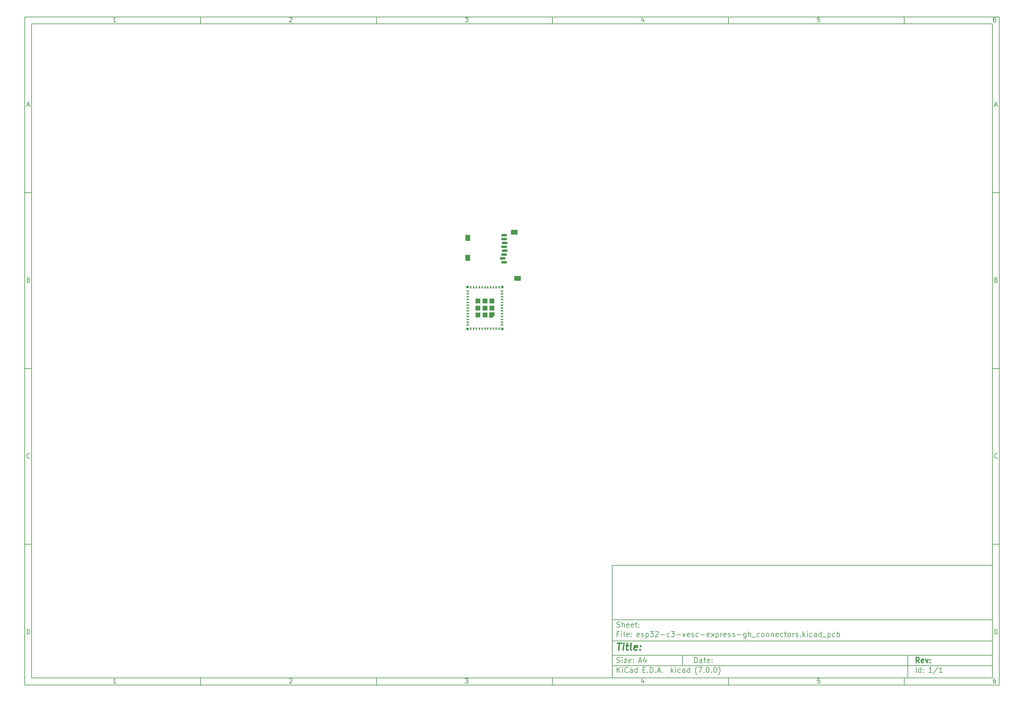
<source format=gbr>
%TF.GenerationSoftware,KiCad,Pcbnew,(7.0.0)*%
%TF.CreationDate,2023-02-27T05:24:14-06:00*%
%TF.ProjectId,esp32-c3-vesc-express-gh_connectors,65737033-322d-4633-932d-766573632d65,rev?*%
%TF.SameCoordinates,Original*%
%TF.FileFunction,Paste,Bot*%
%TF.FilePolarity,Positive*%
%FSLAX46Y46*%
G04 Gerber Fmt 4.6, Leading zero omitted, Abs format (unit mm)*
G04 Created by KiCad (PCBNEW (7.0.0)) date 2023-02-27 05:24:14*
%MOMM*%
%LPD*%
G01*
G04 APERTURE LIST*
G04 Aperture macros list*
%AMFreePoly0*
4,1,6,0.725000,-0.725000,-0.125000,-0.725000,-0.725000,-0.125000,-0.725000,0.725000,0.725000,0.725000,0.725000,-0.725000,0.725000,-0.725000,$1*%
G04 Aperture macros list end*
%ADD10C,0.100000*%
%ADD11C,0.150000*%
%ADD12C,0.300000*%
%ADD13C,0.400000*%
%ADD14R,1.500000X0.800000*%
%ADD15R,1.400000X1.800000*%
%ADD16R,1.900000X1.400000*%
%ADD17R,0.400000X0.800000*%
%ADD18R,0.800000X0.400000*%
%ADD19R,0.700000X0.700000*%
%ADD20R,1.450000X1.450000*%
%ADD21FreePoly0,90.000000*%
G04 APERTURE END LIST*
D10*
D11*
X177002200Y-166007200D02*
X285002200Y-166007200D01*
X285002200Y-198007200D01*
X177002200Y-198007200D01*
X177002200Y-166007200D01*
D10*
D11*
X10000000Y-10000000D02*
X287002200Y-10000000D01*
X287002200Y-200007200D01*
X10000000Y-200007200D01*
X10000000Y-10000000D01*
D10*
D11*
X12000000Y-12000000D02*
X285002200Y-12000000D01*
X285002200Y-198007200D01*
X12000000Y-198007200D01*
X12000000Y-12000000D01*
D10*
D11*
X60000000Y-12000000D02*
X60000000Y-10000000D01*
D10*
D11*
X110000000Y-12000000D02*
X110000000Y-10000000D01*
D10*
D11*
X160000000Y-12000000D02*
X160000000Y-10000000D01*
D10*
D11*
X210000000Y-12000000D02*
X210000000Y-10000000D01*
D10*
D11*
X260000000Y-12000000D02*
X260000000Y-10000000D01*
D10*
D11*
X35990476Y-11477595D02*
X35247619Y-11477595D01*
X35619047Y-11477595D02*
X35619047Y-10177595D01*
X35619047Y-10177595D02*
X35495238Y-10363309D01*
X35495238Y-10363309D02*
X35371428Y-10487119D01*
X35371428Y-10487119D02*
X35247619Y-10549023D01*
D10*
D11*
X85247619Y-10301404D02*
X85309523Y-10239500D01*
X85309523Y-10239500D02*
X85433333Y-10177595D01*
X85433333Y-10177595D02*
X85742857Y-10177595D01*
X85742857Y-10177595D02*
X85866666Y-10239500D01*
X85866666Y-10239500D02*
X85928571Y-10301404D01*
X85928571Y-10301404D02*
X85990476Y-10425214D01*
X85990476Y-10425214D02*
X85990476Y-10549023D01*
X85990476Y-10549023D02*
X85928571Y-10734738D01*
X85928571Y-10734738D02*
X85185714Y-11477595D01*
X85185714Y-11477595D02*
X85990476Y-11477595D01*
D10*
D11*
X135185714Y-10177595D02*
X135990476Y-10177595D01*
X135990476Y-10177595D02*
X135557142Y-10672833D01*
X135557142Y-10672833D02*
X135742857Y-10672833D01*
X135742857Y-10672833D02*
X135866666Y-10734738D01*
X135866666Y-10734738D02*
X135928571Y-10796642D01*
X135928571Y-10796642D02*
X135990476Y-10920452D01*
X135990476Y-10920452D02*
X135990476Y-11229976D01*
X135990476Y-11229976D02*
X135928571Y-11353785D01*
X135928571Y-11353785D02*
X135866666Y-11415690D01*
X135866666Y-11415690D02*
X135742857Y-11477595D01*
X135742857Y-11477595D02*
X135371428Y-11477595D01*
X135371428Y-11477595D02*
X135247619Y-11415690D01*
X135247619Y-11415690D02*
X135185714Y-11353785D01*
D10*
D11*
X185866666Y-10610928D02*
X185866666Y-11477595D01*
X185557142Y-10115690D02*
X185247619Y-11044261D01*
X185247619Y-11044261D02*
X186052380Y-11044261D01*
D10*
D11*
X235928571Y-10177595D02*
X235309523Y-10177595D01*
X235309523Y-10177595D02*
X235247619Y-10796642D01*
X235247619Y-10796642D02*
X235309523Y-10734738D01*
X235309523Y-10734738D02*
X235433333Y-10672833D01*
X235433333Y-10672833D02*
X235742857Y-10672833D01*
X235742857Y-10672833D02*
X235866666Y-10734738D01*
X235866666Y-10734738D02*
X235928571Y-10796642D01*
X235928571Y-10796642D02*
X235990476Y-10920452D01*
X235990476Y-10920452D02*
X235990476Y-11229976D01*
X235990476Y-11229976D02*
X235928571Y-11353785D01*
X235928571Y-11353785D02*
X235866666Y-11415690D01*
X235866666Y-11415690D02*
X235742857Y-11477595D01*
X235742857Y-11477595D02*
X235433333Y-11477595D01*
X235433333Y-11477595D02*
X235309523Y-11415690D01*
X235309523Y-11415690D02*
X235247619Y-11353785D01*
D10*
D11*
X285866666Y-10177595D02*
X285619047Y-10177595D01*
X285619047Y-10177595D02*
X285495238Y-10239500D01*
X285495238Y-10239500D02*
X285433333Y-10301404D01*
X285433333Y-10301404D02*
X285309523Y-10487119D01*
X285309523Y-10487119D02*
X285247619Y-10734738D01*
X285247619Y-10734738D02*
X285247619Y-11229976D01*
X285247619Y-11229976D02*
X285309523Y-11353785D01*
X285309523Y-11353785D02*
X285371428Y-11415690D01*
X285371428Y-11415690D02*
X285495238Y-11477595D01*
X285495238Y-11477595D02*
X285742857Y-11477595D01*
X285742857Y-11477595D02*
X285866666Y-11415690D01*
X285866666Y-11415690D02*
X285928571Y-11353785D01*
X285928571Y-11353785D02*
X285990476Y-11229976D01*
X285990476Y-11229976D02*
X285990476Y-10920452D01*
X285990476Y-10920452D02*
X285928571Y-10796642D01*
X285928571Y-10796642D02*
X285866666Y-10734738D01*
X285866666Y-10734738D02*
X285742857Y-10672833D01*
X285742857Y-10672833D02*
X285495238Y-10672833D01*
X285495238Y-10672833D02*
X285371428Y-10734738D01*
X285371428Y-10734738D02*
X285309523Y-10796642D01*
X285309523Y-10796642D02*
X285247619Y-10920452D01*
D10*
D11*
X60000000Y-198007200D02*
X60000000Y-200007200D01*
D10*
D11*
X110000000Y-198007200D02*
X110000000Y-200007200D01*
D10*
D11*
X160000000Y-198007200D02*
X160000000Y-200007200D01*
D10*
D11*
X210000000Y-198007200D02*
X210000000Y-200007200D01*
D10*
D11*
X260000000Y-198007200D02*
X260000000Y-200007200D01*
D10*
D11*
X35990476Y-199484795D02*
X35247619Y-199484795D01*
X35619047Y-199484795D02*
X35619047Y-198184795D01*
X35619047Y-198184795D02*
X35495238Y-198370509D01*
X35495238Y-198370509D02*
X35371428Y-198494319D01*
X35371428Y-198494319D02*
X35247619Y-198556223D01*
D10*
D11*
X85247619Y-198308604D02*
X85309523Y-198246700D01*
X85309523Y-198246700D02*
X85433333Y-198184795D01*
X85433333Y-198184795D02*
X85742857Y-198184795D01*
X85742857Y-198184795D02*
X85866666Y-198246700D01*
X85866666Y-198246700D02*
X85928571Y-198308604D01*
X85928571Y-198308604D02*
X85990476Y-198432414D01*
X85990476Y-198432414D02*
X85990476Y-198556223D01*
X85990476Y-198556223D02*
X85928571Y-198741938D01*
X85928571Y-198741938D02*
X85185714Y-199484795D01*
X85185714Y-199484795D02*
X85990476Y-199484795D01*
D10*
D11*
X135185714Y-198184795D02*
X135990476Y-198184795D01*
X135990476Y-198184795D02*
X135557142Y-198680033D01*
X135557142Y-198680033D02*
X135742857Y-198680033D01*
X135742857Y-198680033D02*
X135866666Y-198741938D01*
X135866666Y-198741938D02*
X135928571Y-198803842D01*
X135928571Y-198803842D02*
X135990476Y-198927652D01*
X135990476Y-198927652D02*
X135990476Y-199237176D01*
X135990476Y-199237176D02*
X135928571Y-199360985D01*
X135928571Y-199360985D02*
X135866666Y-199422890D01*
X135866666Y-199422890D02*
X135742857Y-199484795D01*
X135742857Y-199484795D02*
X135371428Y-199484795D01*
X135371428Y-199484795D02*
X135247619Y-199422890D01*
X135247619Y-199422890D02*
X135185714Y-199360985D01*
D10*
D11*
X185866666Y-198618128D02*
X185866666Y-199484795D01*
X185557142Y-198122890D02*
X185247619Y-199051461D01*
X185247619Y-199051461D02*
X186052380Y-199051461D01*
D10*
D11*
X235928571Y-198184795D02*
X235309523Y-198184795D01*
X235309523Y-198184795D02*
X235247619Y-198803842D01*
X235247619Y-198803842D02*
X235309523Y-198741938D01*
X235309523Y-198741938D02*
X235433333Y-198680033D01*
X235433333Y-198680033D02*
X235742857Y-198680033D01*
X235742857Y-198680033D02*
X235866666Y-198741938D01*
X235866666Y-198741938D02*
X235928571Y-198803842D01*
X235928571Y-198803842D02*
X235990476Y-198927652D01*
X235990476Y-198927652D02*
X235990476Y-199237176D01*
X235990476Y-199237176D02*
X235928571Y-199360985D01*
X235928571Y-199360985D02*
X235866666Y-199422890D01*
X235866666Y-199422890D02*
X235742857Y-199484795D01*
X235742857Y-199484795D02*
X235433333Y-199484795D01*
X235433333Y-199484795D02*
X235309523Y-199422890D01*
X235309523Y-199422890D02*
X235247619Y-199360985D01*
D10*
D11*
X285866666Y-198184795D02*
X285619047Y-198184795D01*
X285619047Y-198184795D02*
X285495238Y-198246700D01*
X285495238Y-198246700D02*
X285433333Y-198308604D01*
X285433333Y-198308604D02*
X285309523Y-198494319D01*
X285309523Y-198494319D02*
X285247619Y-198741938D01*
X285247619Y-198741938D02*
X285247619Y-199237176D01*
X285247619Y-199237176D02*
X285309523Y-199360985D01*
X285309523Y-199360985D02*
X285371428Y-199422890D01*
X285371428Y-199422890D02*
X285495238Y-199484795D01*
X285495238Y-199484795D02*
X285742857Y-199484795D01*
X285742857Y-199484795D02*
X285866666Y-199422890D01*
X285866666Y-199422890D02*
X285928571Y-199360985D01*
X285928571Y-199360985D02*
X285990476Y-199237176D01*
X285990476Y-199237176D02*
X285990476Y-198927652D01*
X285990476Y-198927652D02*
X285928571Y-198803842D01*
X285928571Y-198803842D02*
X285866666Y-198741938D01*
X285866666Y-198741938D02*
X285742857Y-198680033D01*
X285742857Y-198680033D02*
X285495238Y-198680033D01*
X285495238Y-198680033D02*
X285371428Y-198741938D01*
X285371428Y-198741938D02*
X285309523Y-198803842D01*
X285309523Y-198803842D02*
X285247619Y-198927652D01*
D10*
D11*
X10000000Y-60000000D02*
X12000000Y-60000000D01*
D10*
D11*
X10000000Y-110000000D02*
X12000000Y-110000000D01*
D10*
D11*
X10000000Y-160000000D02*
X12000000Y-160000000D01*
D10*
D11*
X10690476Y-35106166D02*
X11309523Y-35106166D01*
X10566666Y-35477595D02*
X10999999Y-34177595D01*
X10999999Y-34177595D02*
X11433333Y-35477595D01*
D10*
D11*
X11092857Y-84796642D02*
X11278571Y-84858547D01*
X11278571Y-84858547D02*
X11340476Y-84920452D01*
X11340476Y-84920452D02*
X11402380Y-85044261D01*
X11402380Y-85044261D02*
X11402380Y-85229976D01*
X11402380Y-85229976D02*
X11340476Y-85353785D01*
X11340476Y-85353785D02*
X11278571Y-85415690D01*
X11278571Y-85415690D02*
X11154761Y-85477595D01*
X11154761Y-85477595D02*
X10659523Y-85477595D01*
X10659523Y-85477595D02*
X10659523Y-84177595D01*
X10659523Y-84177595D02*
X11092857Y-84177595D01*
X11092857Y-84177595D02*
X11216666Y-84239500D01*
X11216666Y-84239500D02*
X11278571Y-84301404D01*
X11278571Y-84301404D02*
X11340476Y-84425214D01*
X11340476Y-84425214D02*
X11340476Y-84549023D01*
X11340476Y-84549023D02*
X11278571Y-84672833D01*
X11278571Y-84672833D02*
X11216666Y-84734738D01*
X11216666Y-84734738D02*
X11092857Y-84796642D01*
X11092857Y-84796642D02*
X10659523Y-84796642D01*
D10*
D11*
X11402380Y-135353785D02*
X11340476Y-135415690D01*
X11340476Y-135415690D02*
X11154761Y-135477595D01*
X11154761Y-135477595D02*
X11030952Y-135477595D01*
X11030952Y-135477595D02*
X10845238Y-135415690D01*
X10845238Y-135415690D02*
X10721428Y-135291880D01*
X10721428Y-135291880D02*
X10659523Y-135168071D01*
X10659523Y-135168071D02*
X10597619Y-134920452D01*
X10597619Y-134920452D02*
X10597619Y-134734738D01*
X10597619Y-134734738D02*
X10659523Y-134487119D01*
X10659523Y-134487119D02*
X10721428Y-134363309D01*
X10721428Y-134363309D02*
X10845238Y-134239500D01*
X10845238Y-134239500D02*
X11030952Y-134177595D01*
X11030952Y-134177595D02*
X11154761Y-134177595D01*
X11154761Y-134177595D02*
X11340476Y-134239500D01*
X11340476Y-134239500D02*
X11402380Y-134301404D01*
D10*
D11*
X10659523Y-185477595D02*
X10659523Y-184177595D01*
X10659523Y-184177595D02*
X10969047Y-184177595D01*
X10969047Y-184177595D02*
X11154761Y-184239500D01*
X11154761Y-184239500D02*
X11278571Y-184363309D01*
X11278571Y-184363309D02*
X11340476Y-184487119D01*
X11340476Y-184487119D02*
X11402380Y-184734738D01*
X11402380Y-184734738D02*
X11402380Y-184920452D01*
X11402380Y-184920452D02*
X11340476Y-185168071D01*
X11340476Y-185168071D02*
X11278571Y-185291880D01*
X11278571Y-185291880D02*
X11154761Y-185415690D01*
X11154761Y-185415690D02*
X10969047Y-185477595D01*
X10969047Y-185477595D02*
X10659523Y-185477595D01*
D10*
D11*
X287002200Y-60000000D02*
X285002200Y-60000000D01*
D10*
D11*
X287002200Y-110000000D02*
X285002200Y-110000000D01*
D10*
D11*
X287002200Y-160000000D02*
X285002200Y-160000000D01*
D10*
D11*
X285692676Y-35106166D02*
X286311723Y-35106166D01*
X285568866Y-35477595D02*
X286002199Y-34177595D01*
X286002199Y-34177595D02*
X286435533Y-35477595D01*
D10*
D11*
X286095057Y-84796642D02*
X286280771Y-84858547D01*
X286280771Y-84858547D02*
X286342676Y-84920452D01*
X286342676Y-84920452D02*
X286404580Y-85044261D01*
X286404580Y-85044261D02*
X286404580Y-85229976D01*
X286404580Y-85229976D02*
X286342676Y-85353785D01*
X286342676Y-85353785D02*
X286280771Y-85415690D01*
X286280771Y-85415690D02*
X286156961Y-85477595D01*
X286156961Y-85477595D02*
X285661723Y-85477595D01*
X285661723Y-85477595D02*
X285661723Y-84177595D01*
X285661723Y-84177595D02*
X286095057Y-84177595D01*
X286095057Y-84177595D02*
X286218866Y-84239500D01*
X286218866Y-84239500D02*
X286280771Y-84301404D01*
X286280771Y-84301404D02*
X286342676Y-84425214D01*
X286342676Y-84425214D02*
X286342676Y-84549023D01*
X286342676Y-84549023D02*
X286280771Y-84672833D01*
X286280771Y-84672833D02*
X286218866Y-84734738D01*
X286218866Y-84734738D02*
X286095057Y-84796642D01*
X286095057Y-84796642D02*
X285661723Y-84796642D01*
D10*
D11*
X286404580Y-135353785D02*
X286342676Y-135415690D01*
X286342676Y-135415690D02*
X286156961Y-135477595D01*
X286156961Y-135477595D02*
X286033152Y-135477595D01*
X286033152Y-135477595D02*
X285847438Y-135415690D01*
X285847438Y-135415690D02*
X285723628Y-135291880D01*
X285723628Y-135291880D02*
X285661723Y-135168071D01*
X285661723Y-135168071D02*
X285599819Y-134920452D01*
X285599819Y-134920452D02*
X285599819Y-134734738D01*
X285599819Y-134734738D02*
X285661723Y-134487119D01*
X285661723Y-134487119D02*
X285723628Y-134363309D01*
X285723628Y-134363309D02*
X285847438Y-134239500D01*
X285847438Y-134239500D02*
X286033152Y-134177595D01*
X286033152Y-134177595D02*
X286156961Y-134177595D01*
X286156961Y-134177595D02*
X286342676Y-134239500D01*
X286342676Y-134239500D02*
X286404580Y-134301404D01*
D10*
D11*
X285661723Y-185477595D02*
X285661723Y-184177595D01*
X285661723Y-184177595D02*
X285971247Y-184177595D01*
X285971247Y-184177595D02*
X286156961Y-184239500D01*
X286156961Y-184239500D02*
X286280771Y-184363309D01*
X286280771Y-184363309D02*
X286342676Y-184487119D01*
X286342676Y-184487119D02*
X286404580Y-184734738D01*
X286404580Y-184734738D02*
X286404580Y-184920452D01*
X286404580Y-184920452D02*
X286342676Y-185168071D01*
X286342676Y-185168071D02*
X286280771Y-185291880D01*
X286280771Y-185291880D02*
X286156961Y-185415690D01*
X286156961Y-185415690D02*
X285971247Y-185477595D01*
X285971247Y-185477595D02*
X285661723Y-185477595D01*
D10*
D11*
X200359342Y-193658271D02*
X200359342Y-192158271D01*
X200359342Y-192158271D02*
X200716485Y-192158271D01*
X200716485Y-192158271D02*
X200930771Y-192229700D01*
X200930771Y-192229700D02*
X201073628Y-192372557D01*
X201073628Y-192372557D02*
X201145057Y-192515414D01*
X201145057Y-192515414D02*
X201216485Y-192801128D01*
X201216485Y-192801128D02*
X201216485Y-193015414D01*
X201216485Y-193015414D02*
X201145057Y-193301128D01*
X201145057Y-193301128D02*
X201073628Y-193443985D01*
X201073628Y-193443985D02*
X200930771Y-193586842D01*
X200930771Y-193586842D02*
X200716485Y-193658271D01*
X200716485Y-193658271D02*
X200359342Y-193658271D01*
X202502200Y-193658271D02*
X202502200Y-192872557D01*
X202502200Y-192872557D02*
X202430771Y-192729700D01*
X202430771Y-192729700D02*
X202287914Y-192658271D01*
X202287914Y-192658271D02*
X202002200Y-192658271D01*
X202002200Y-192658271D02*
X201859342Y-192729700D01*
X202502200Y-193586842D02*
X202359342Y-193658271D01*
X202359342Y-193658271D02*
X202002200Y-193658271D01*
X202002200Y-193658271D02*
X201859342Y-193586842D01*
X201859342Y-193586842D02*
X201787914Y-193443985D01*
X201787914Y-193443985D02*
X201787914Y-193301128D01*
X201787914Y-193301128D02*
X201859342Y-193158271D01*
X201859342Y-193158271D02*
X202002200Y-193086842D01*
X202002200Y-193086842D02*
X202359342Y-193086842D01*
X202359342Y-193086842D02*
X202502200Y-193015414D01*
X203002200Y-192658271D02*
X203573628Y-192658271D01*
X203216485Y-192158271D02*
X203216485Y-193443985D01*
X203216485Y-193443985D02*
X203287914Y-193586842D01*
X203287914Y-193586842D02*
X203430771Y-193658271D01*
X203430771Y-193658271D02*
X203573628Y-193658271D01*
X204645057Y-193586842D02*
X204502200Y-193658271D01*
X204502200Y-193658271D02*
X204216486Y-193658271D01*
X204216486Y-193658271D02*
X204073628Y-193586842D01*
X204073628Y-193586842D02*
X204002200Y-193443985D01*
X204002200Y-193443985D02*
X204002200Y-192872557D01*
X204002200Y-192872557D02*
X204073628Y-192729700D01*
X204073628Y-192729700D02*
X204216486Y-192658271D01*
X204216486Y-192658271D02*
X204502200Y-192658271D01*
X204502200Y-192658271D02*
X204645057Y-192729700D01*
X204645057Y-192729700D02*
X204716486Y-192872557D01*
X204716486Y-192872557D02*
X204716486Y-193015414D01*
X204716486Y-193015414D02*
X204002200Y-193158271D01*
X205359342Y-193515414D02*
X205430771Y-193586842D01*
X205430771Y-193586842D02*
X205359342Y-193658271D01*
X205359342Y-193658271D02*
X205287914Y-193586842D01*
X205287914Y-193586842D02*
X205359342Y-193515414D01*
X205359342Y-193515414D02*
X205359342Y-193658271D01*
X205359342Y-192729700D02*
X205430771Y-192801128D01*
X205430771Y-192801128D02*
X205359342Y-192872557D01*
X205359342Y-192872557D02*
X205287914Y-192801128D01*
X205287914Y-192801128D02*
X205359342Y-192729700D01*
X205359342Y-192729700D02*
X205359342Y-192872557D01*
D10*
D11*
X177002200Y-194507200D02*
X285002200Y-194507200D01*
D10*
D11*
X178359342Y-196458271D02*
X178359342Y-194958271D01*
X179216485Y-196458271D02*
X178573628Y-195601128D01*
X179216485Y-194958271D02*
X178359342Y-195815414D01*
X179859342Y-196458271D02*
X179859342Y-195458271D01*
X179859342Y-194958271D02*
X179787914Y-195029700D01*
X179787914Y-195029700D02*
X179859342Y-195101128D01*
X179859342Y-195101128D02*
X179930771Y-195029700D01*
X179930771Y-195029700D02*
X179859342Y-194958271D01*
X179859342Y-194958271D02*
X179859342Y-195101128D01*
X181430771Y-196315414D02*
X181359343Y-196386842D01*
X181359343Y-196386842D02*
X181145057Y-196458271D01*
X181145057Y-196458271D02*
X181002200Y-196458271D01*
X181002200Y-196458271D02*
X180787914Y-196386842D01*
X180787914Y-196386842D02*
X180645057Y-196243985D01*
X180645057Y-196243985D02*
X180573628Y-196101128D01*
X180573628Y-196101128D02*
X180502200Y-195815414D01*
X180502200Y-195815414D02*
X180502200Y-195601128D01*
X180502200Y-195601128D02*
X180573628Y-195315414D01*
X180573628Y-195315414D02*
X180645057Y-195172557D01*
X180645057Y-195172557D02*
X180787914Y-195029700D01*
X180787914Y-195029700D02*
X181002200Y-194958271D01*
X181002200Y-194958271D02*
X181145057Y-194958271D01*
X181145057Y-194958271D02*
X181359343Y-195029700D01*
X181359343Y-195029700D02*
X181430771Y-195101128D01*
X182716486Y-196458271D02*
X182716486Y-195672557D01*
X182716486Y-195672557D02*
X182645057Y-195529700D01*
X182645057Y-195529700D02*
X182502200Y-195458271D01*
X182502200Y-195458271D02*
X182216486Y-195458271D01*
X182216486Y-195458271D02*
X182073628Y-195529700D01*
X182716486Y-196386842D02*
X182573628Y-196458271D01*
X182573628Y-196458271D02*
X182216486Y-196458271D01*
X182216486Y-196458271D02*
X182073628Y-196386842D01*
X182073628Y-196386842D02*
X182002200Y-196243985D01*
X182002200Y-196243985D02*
X182002200Y-196101128D01*
X182002200Y-196101128D02*
X182073628Y-195958271D01*
X182073628Y-195958271D02*
X182216486Y-195886842D01*
X182216486Y-195886842D02*
X182573628Y-195886842D01*
X182573628Y-195886842D02*
X182716486Y-195815414D01*
X184073629Y-196458271D02*
X184073629Y-194958271D01*
X184073629Y-196386842D02*
X183930771Y-196458271D01*
X183930771Y-196458271D02*
X183645057Y-196458271D01*
X183645057Y-196458271D02*
X183502200Y-196386842D01*
X183502200Y-196386842D02*
X183430771Y-196315414D01*
X183430771Y-196315414D02*
X183359343Y-196172557D01*
X183359343Y-196172557D02*
X183359343Y-195743985D01*
X183359343Y-195743985D02*
X183430771Y-195601128D01*
X183430771Y-195601128D02*
X183502200Y-195529700D01*
X183502200Y-195529700D02*
X183645057Y-195458271D01*
X183645057Y-195458271D02*
X183930771Y-195458271D01*
X183930771Y-195458271D02*
X184073629Y-195529700D01*
X185687914Y-195672557D02*
X186187914Y-195672557D01*
X186402200Y-196458271D02*
X185687914Y-196458271D01*
X185687914Y-196458271D02*
X185687914Y-194958271D01*
X185687914Y-194958271D02*
X186402200Y-194958271D01*
X187045057Y-196315414D02*
X187116486Y-196386842D01*
X187116486Y-196386842D02*
X187045057Y-196458271D01*
X187045057Y-196458271D02*
X186973629Y-196386842D01*
X186973629Y-196386842D02*
X187045057Y-196315414D01*
X187045057Y-196315414D02*
X187045057Y-196458271D01*
X187759343Y-196458271D02*
X187759343Y-194958271D01*
X187759343Y-194958271D02*
X188116486Y-194958271D01*
X188116486Y-194958271D02*
X188330772Y-195029700D01*
X188330772Y-195029700D02*
X188473629Y-195172557D01*
X188473629Y-195172557D02*
X188545058Y-195315414D01*
X188545058Y-195315414D02*
X188616486Y-195601128D01*
X188616486Y-195601128D02*
X188616486Y-195815414D01*
X188616486Y-195815414D02*
X188545058Y-196101128D01*
X188545058Y-196101128D02*
X188473629Y-196243985D01*
X188473629Y-196243985D02*
X188330772Y-196386842D01*
X188330772Y-196386842D02*
X188116486Y-196458271D01*
X188116486Y-196458271D02*
X187759343Y-196458271D01*
X189259343Y-196315414D02*
X189330772Y-196386842D01*
X189330772Y-196386842D02*
X189259343Y-196458271D01*
X189259343Y-196458271D02*
X189187915Y-196386842D01*
X189187915Y-196386842D02*
X189259343Y-196315414D01*
X189259343Y-196315414D02*
X189259343Y-196458271D01*
X189902201Y-196029700D02*
X190616487Y-196029700D01*
X189759344Y-196458271D02*
X190259344Y-194958271D01*
X190259344Y-194958271D02*
X190759344Y-196458271D01*
X191259343Y-196315414D02*
X191330772Y-196386842D01*
X191330772Y-196386842D02*
X191259343Y-196458271D01*
X191259343Y-196458271D02*
X191187915Y-196386842D01*
X191187915Y-196386842D02*
X191259343Y-196315414D01*
X191259343Y-196315414D02*
X191259343Y-196458271D01*
X193773629Y-196458271D02*
X193773629Y-194958271D01*
X193916487Y-195886842D02*
X194345058Y-196458271D01*
X194345058Y-195458271D02*
X193773629Y-196029700D01*
X194987915Y-196458271D02*
X194987915Y-195458271D01*
X194987915Y-194958271D02*
X194916487Y-195029700D01*
X194916487Y-195029700D02*
X194987915Y-195101128D01*
X194987915Y-195101128D02*
X195059344Y-195029700D01*
X195059344Y-195029700D02*
X194987915Y-194958271D01*
X194987915Y-194958271D02*
X194987915Y-195101128D01*
X196345059Y-196386842D02*
X196202201Y-196458271D01*
X196202201Y-196458271D02*
X195916487Y-196458271D01*
X195916487Y-196458271D02*
X195773630Y-196386842D01*
X195773630Y-196386842D02*
X195702201Y-196315414D01*
X195702201Y-196315414D02*
X195630773Y-196172557D01*
X195630773Y-196172557D02*
X195630773Y-195743985D01*
X195630773Y-195743985D02*
X195702201Y-195601128D01*
X195702201Y-195601128D02*
X195773630Y-195529700D01*
X195773630Y-195529700D02*
X195916487Y-195458271D01*
X195916487Y-195458271D02*
X196202201Y-195458271D01*
X196202201Y-195458271D02*
X196345059Y-195529700D01*
X197630773Y-196458271D02*
X197630773Y-195672557D01*
X197630773Y-195672557D02*
X197559344Y-195529700D01*
X197559344Y-195529700D02*
X197416487Y-195458271D01*
X197416487Y-195458271D02*
X197130773Y-195458271D01*
X197130773Y-195458271D02*
X196987915Y-195529700D01*
X197630773Y-196386842D02*
X197487915Y-196458271D01*
X197487915Y-196458271D02*
X197130773Y-196458271D01*
X197130773Y-196458271D02*
X196987915Y-196386842D01*
X196987915Y-196386842D02*
X196916487Y-196243985D01*
X196916487Y-196243985D02*
X196916487Y-196101128D01*
X196916487Y-196101128D02*
X196987915Y-195958271D01*
X196987915Y-195958271D02*
X197130773Y-195886842D01*
X197130773Y-195886842D02*
X197487915Y-195886842D01*
X197487915Y-195886842D02*
X197630773Y-195815414D01*
X198987916Y-196458271D02*
X198987916Y-194958271D01*
X198987916Y-196386842D02*
X198845058Y-196458271D01*
X198845058Y-196458271D02*
X198559344Y-196458271D01*
X198559344Y-196458271D02*
X198416487Y-196386842D01*
X198416487Y-196386842D02*
X198345058Y-196315414D01*
X198345058Y-196315414D02*
X198273630Y-196172557D01*
X198273630Y-196172557D02*
X198273630Y-195743985D01*
X198273630Y-195743985D02*
X198345058Y-195601128D01*
X198345058Y-195601128D02*
X198416487Y-195529700D01*
X198416487Y-195529700D02*
X198559344Y-195458271D01*
X198559344Y-195458271D02*
X198845058Y-195458271D01*
X198845058Y-195458271D02*
X198987916Y-195529700D01*
X201030773Y-197029700D02*
X200959344Y-196958271D01*
X200959344Y-196958271D02*
X200816487Y-196743985D01*
X200816487Y-196743985D02*
X200745059Y-196601128D01*
X200745059Y-196601128D02*
X200673630Y-196386842D01*
X200673630Y-196386842D02*
X200602201Y-196029700D01*
X200602201Y-196029700D02*
X200602201Y-195743985D01*
X200602201Y-195743985D02*
X200673630Y-195386842D01*
X200673630Y-195386842D02*
X200745059Y-195172557D01*
X200745059Y-195172557D02*
X200816487Y-195029700D01*
X200816487Y-195029700D02*
X200959344Y-194815414D01*
X200959344Y-194815414D02*
X201030773Y-194743985D01*
X201459344Y-194958271D02*
X202459344Y-194958271D01*
X202459344Y-194958271D02*
X201816487Y-196458271D01*
X203030772Y-196315414D02*
X203102201Y-196386842D01*
X203102201Y-196386842D02*
X203030772Y-196458271D01*
X203030772Y-196458271D02*
X202959344Y-196386842D01*
X202959344Y-196386842D02*
X203030772Y-196315414D01*
X203030772Y-196315414D02*
X203030772Y-196458271D01*
X204030773Y-194958271D02*
X204173630Y-194958271D01*
X204173630Y-194958271D02*
X204316487Y-195029700D01*
X204316487Y-195029700D02*
X204387916Y-195101128D01*
X204387916Y-195101128D02*
X204459344Y-195243985D01*
X204459344Y-195243985D02*
X204530773Y-195529700D01*
X204530773Y-195529700D02*
X204530773Y-195886842D01*
X204530773Y-195886842D02*
X204459344Y-196172557D01*
X204459344Y-196172557D02*
X204387916Y-196315414D01*
X204387916Y-196315414D02*
X204316487Y-196386842D01*
X204316487Y-196386842D02*
X204173630Y-196458271D01*
X204173630Y-196458271D02*
X204030773Y-196458271D01*
X204030773Y-196458271D02*
X203887916Y-196386842D01*
X203887916Y-196386842D02*
X203816487Y-196315414D01*
X203816487Y-196315414D02*
X203745058Y-196172557D01*
X203745058Y-196172557D02*
X203673630Y-195886842D01*
X203673630Y-195886842D02*
X203673630Y-195529700D01*
X203673630Y-195529700D02*
X203745058Y-195243985D01*
X203745058Y-195243985D02*
X203816487Y-195101128D01*
X203816487Y-195101128D02*
X203887916Y-195029700D01*
X203887916Y-195029700D02*
X204030773Y-194958271D01*
X205173629Y-196315414D02*
X205245058Y-196386842D01*
X205245058Y-196386842D02*
X205173629Y-196458271D01*
X205173629Y-196458271D02*
X205102201Y-196386842D01*
X205102201Y-196386842D02*
X205173629Y-196315414D01*
X205173629Y-196315414D02*
X205173629Y-196458271D01*
X206173630Y-194958271D02*
X206316487Y-194958271D01*
X206316487Y-194958271D02*
X206459344Y-195029700D01*
X206459344Y-195029700D02*
X206530773Y-195101128D01*
X206530773Y-195101128D02*
X206602201Y-195243985D01*
X206602201Y-195243985D02*
X206673630Y-195529700D01*
X206673630Y-195529700D02*
X206673630Y-195886842D01*
X206673630Y-195886842D02*
X206602201Y-196172557D01*
X206602201Y-196172557D02*
X206530773Y-196315414D01*
X206530773Y-196315414D02*
X206459344Y-196386842D01*
X206459344Y-196386842D02*
X206316487Y-196458271D01*
X206316487Y-196458271D02*
X206173630Y-196458271D01*
X206173630Y-196458271D02*
X206030773Y-196386842D01*
X206030773Y-196386842D02*
X205959344Y-196315414D01*
X205959344Y-196315414D02*
X205887915Y-196172557D01*
X205887915Y-196172557D02*
X205816487Y-195886842D01*
X205816487Y-195886842D02*
X205816487Y-195529700D01*
X205816487Y-195529700D02*
X205887915Y-195243985D01*
X205887915Y-195243985D02*
X205959344Y-195101128D01*
X205959344Y-195101128D02*
X206030773Y-195029700D01*
X206030773Y-195029700D02*
X206173630Y-194958271D01*
X207173629Y-197029700D02*
X207245058Y-196958271D01*
X207245058Y-196958271D02*
X207387915Y-196743985D01*
X207387915Y-196743985D02*
X207459344Y-196601128D01*
X207459344Y-196601128D02*
X207530772Y-196386842D01*
X207530772Y-196386842D02*
X207602201Y-196029700D01*
X207602201Y-196029700D02*
X207602201Y-195743985D01*
X207602201Y-195743985D02*
X207530772Y-195386842D01*
X207530772Y-195386842D02*
X207459344Y-195172557D01*
X207459344Y-195172557D02*
X207387915Y-195029700D01*
X207387915Y-195029700D02*
X207245058Y-194815414D01*
X207245058Y-194815414D02*
X207173629Y-194743985D01*
D10*
D11*
X177002200Y-191507200D02*
X285002200Y-191507200D01*
D10*
D12*
X264216485Y-193658271D02*
X263716485Y-192943985D01*
X263359342Y-193658271D02*
X263359342Y-192158271D01*
X263359342Y-192158271D02*
X263930771Y-192158271D01*
X263930771Y-192158271D02*
X264073628Y-192229700D01*
X264073628Y-192229700D02*
X264145057Y-192301128D01*
X264145057Y-192301128D02*
X264216485Y-192443985D01*
X264216485Y-192443985D02*
X264216485Y-192658271D01*
X264216485Y-192658271D02*
X264145057Y-192801128D01*
X264145057Y-192801128D02*
X264073628Y-192872557D01*
X264073628Y-192872557D02*
X263930771Y-192943985D01*
X263930771Y-192943985D02*
X263359342Y-192943985D01*
X265430771Y-193586842D02*
X265287914Y-193658271D01*
X265287914Y-193658271D02*
X265002200Y-193658271D01*
X265002200Y-193658271D02*
X264859342Y-193586842D01*
X264859342Y-193586842D02*
X264787914Y-193443985D01*
X264787914Y-193443985D02*
X264787914Y-192872557D01*
X264787914Y-192872557D02*
X264859342Y-192729700D01*
X264859342Y-192729700D02*
X265002200Y-192658271D01*
X265002200Y-192658271D02*
X265287914Y-192658271D01*
X265287914Y-192658271D02*
X265430771Y-192729700D01*
X265430771Y-192729700D02*
X265502200Y-192872557D01*
X265502200Y-192872557D02*
X265502200Y-193015414D01*
X265502200Y-193015414D02*
X264787914Y-193158271D01*
X266002199Y-192658271D02*
X266359342Y-193658271D01*
X266359342Y-193658271D02*
X266716485Y-192658271D01*
X267287913Y-193515414D02*
X267359342Y-193586842D01*
X267359342Y-193586842D02*
X267287913Y-193658271D01*
X267287913Y-193658271D02*
X267216485Y-193586842D01*
X267216485Y-193586842D02*
X267287913Y-193515414D01*
X267287913Y-193515414D02*
X267287913Y-193658271D01*
X267287913Y-192729700D02*
X267359342Y-192801128D01*
X267359342Y-192801128D02*
X267287913Y-192872557D01*
X267287913Y-192872557D02*
X267216485Y-192801128D01*
X267216485Y-192801128D02*
X267287913Y-192729700D01*
X267287913Y-192729700D02*
X267287913Y-192872557D01*
D10*
D11*
X178287914Y-193586842D02*
X178502200Y-193658271D01*
X178502200Y-193658271D02*
X178859342Y-193658271D01*
X178859342Y-193658271D02*
X179002200Y-193586842D01*
X179002200Y-193586842D02*
X179073628Y-193515414D01*
X179073628Y-193515414D02*
X179145057Y-193372557D01*
X179145057Y-193372557D02*
X179145057Y-193229700D01*
X179145057Y-193229700D02*
X179073628Y-193086842D01*
X179073628Y-193086842D02*
X179002200Y-193015414D01*
X179002200Y-193015414D02*
X178859342Y-192943985D01*
X178859342Y-192943985D02*
X178573628Y-192872557D01*
X178573628Y-192872557D02*
X178430771Y-192801128D01*
X178430771Y-192801128D02*
X178359342Y-192729700D01*
X178359342Y-192729700D02*
X178287914Y-192586842D01*
X178287914Y-192586842D02*
X178287914Y-192443985D01*
X178287914Y-192443985D02*
X178359342Y-192301128D01*
X178359342Y-192301128D02*
X178430771Y-192229700D01*
X178430771Y-192229700D02*
X178573628Y-192158271D01*
X178573628Y-192158271D02*
X178930771Y-192158271D01*
X178930771Y-192158271D02*
X179145057Y-192229700D01*
X179787913Y-193658271D02*
X179787913Y-192658271D01*
X179787913Y-192158271D02*
X179716485Y-192229700D01*
X179716485Y-192229700D02*
X179787913Y-192301128D01*
X179787913Y-192301128D02*
X179859342Y-192229700D01*
X179859342Y-192229700D02*
X179787913Y-192158271D01*
X179787913Y-192158271D02*
X179787913Y-192301128D01*
X180359342Y-192658271D02*
X181145057Y-192658271D01*
X181145057Y-192658271D02*
X180359342Y-193658271D01*
X180359342Y-193658271D02*
X181145057Y-193658271D01*
X182287914Y-193586842D02*
X182145057Y-193658271D01*
X182145057Y-193658271D02*
X181859343Y-193658271D01*
X181859343Y-193658271D02*
X181716485Y-193586842D01*
X181716485Y-193586842D02*
X181645057Y-193443985D01*
X181645057Y-193443985D02*
X181645057Y-192872557D01*
X181645057Y-192872557D02*
X181716485Y-192729700D01*
X181716485Y-192729700D02*
X181859343Y-192658271D01*
X181859343Y-192658271D02*
X182145057Y-192658271D01*
X182145057Y-192658271D02*
X182287914Y-192729700D01*
X182287914Y-192729700D02*
X182359343Y-192872557D01*
X182359343Y-192872557D02*
X182359343Y-193015414D01*
X182359343Y-193015414D02*
X181645057Y-193158271D01*
X183002199Y-193515414D02*
X183073628Y-193586842D01*
X183073628Y-193586842D02*
X183002199Y-193658271D01*
X183002199Y-193658271D02*
X182930771Y-193586842D01*
X182930771Y-193586842D02*
X183002199Y-193515414D01*
X183002199Y-193515414D02*
X183002199Y-193658271D01*
X183002199Y-192729700D02*
X183073628Y-192801128D01*
X183073628Y-192801128D02*
X183002199Y-192872557D01*
X183002199Y-192872557D02*
X182930771Y-192801128D01*
X182930771Y-192801128D02*
X183002199Y-192729700D01*
X183002199Y-192729700D02*
X183002199Y-192872557D01*
X184545057Y-193229700D02*
X185259343Y-193229700D01*
X184402200Y-193658271D02*
X184902200Y-192158271D01*
X184902200Y-192158271D02*
X185402200Y-193658271D01*
X186545057Y-192658271D02*
X186545057Y-193658271D01*
X186187914Y-192086842D02*
X185830771Y-193158271D01*
X185830771Y-193158271D02*
X186759342Y-193158271D01*
D10*
D11*
X263359342Y-196458271D02*
X263359342Y-194958271D01*
X264716486Y-196458271D02*
X264716486Y-194958271D01*
X264716486Y-196386842D02*
X264573628Y-196458271D01*
X264573628Y-196458271D02*
X264287914Y-196458271D01*
X264287914Y-196458271D02*
X264145057Y-196386842D01*
X264145057Y-196386842D02*
X264073628Y-196315414D01*
X264073628Y-196315414D02*
X264002200Y-196172557D01*
X264002200Y-196172557D02*
X264002200Y-195743985D01*
X264002200Y-195743985D02*
X264073628Y-195601128D01*
X264073628Y-195601128D02*
X264145057Y-195529700D01*
X264145057Y-195529700D02*
X264287914Y-195458271D01*
X264287914Y-195458271D02*
X264573628Y-195458271D01*
X264573628Y-195458271D02*
X264716486Y-195529700D01*
X265430771Y-196315414D02*
X265502200Y-196386842D01*
X265502200Y-196386842D02*
X265430771Y-196458271D01*
X265430771Y-196458271D02*
X265359343Y-196386842D01*
X265359343Y-196386842D02*
X265430771Y-196315414D01*
X265430771Y-196315414D02*
X265430771Y-196458271D01*
X265430771Y-195529700D02*
X265502200Y-195601128D01*
X265502200Y-195601128D02*
X265430771Y-195672557D01*
X265430771Y-195672557D02*
X265359343Y-195601128D01*
X265359343Y-195601128D02*
X265430771Y-195529700D01*
X265430771Y-195529700D02*
X265430771Y-195672557D01*
X267830772Y-196458271D02*
X266973629Y-196458271D01*
X267402200Y-196458271D02*
X267402200Y-194958271D01*
X267402200Y-194958271D02*
X267259343Y-195172557D01*
X267259343Y-195172557D02*
X267116486Y-195315414D01*
X267116486Y-195315414D02*
X266973629Y-195386842D01*
X269545057Y-194886842D02*
X268259343Y-196815414D01*
X270830772Y-196458271D02*
X269973629Y-196458271D01*
X270402200Y-196458271D02*
X270402200Y-194958271D01*
X270402200Y-194958271D02*
X270259343Y-195172557D01*
X270259343Y-195172557D02*
X270116486Y-195315414D01*
X270116486Y-195315414D02*
X269973629Y-195386842D01*
D10*
D11*
X177002200Y-187507200D02*
X285002200Y-187507200D01*
D10*
D13*
X178454580Y-188041961D02*
X179597438Y-188041961D01*
X178776009Y-190041961D02*
X179026009Y-188041961D01*
X180014105Y-190041961D02*
X180180771Y-188708628D01*
X180264105Y-188041961D02*
X180156962Y-188137200D01*
X180156962Y-188137200D02*
X180240295Y-188232438D01*
X180240295Y-188232438D02*
X180347438Y-188137200D01*
X180347438Y-188137200D02*
X180264105Y-188041961D01*
X180264105Y-188041961D02*
X180240295Y-188232438D01*
X180847438Y-188708628D02*
X181609343Y-188708628D01*
X181216486Y-188041961D02*
X181002200Y-189756247D01*
X181002200Y-189756247D02*
X181073629Y-189946723D01*
X181073629Y-189946723D02*
X181252200Y-190041961D01*
X181252200Y-190041961D02*
X181442676Y-190041961D01*
X182395057Y-190041961D02*
X182216486Y-189946723D01*
X182216486Y-189946723D02*
X182145057Y-189756247D01*
X182145057Y-189756247D02*
X182359343Y-188041961D01*
X183930771Y-189946723D02*
X183728390Y-190041961D01*
X183728390Y-190041961D02*
X183347438Y-190041961D01*
X183347438Y-190041961D02*
X183168867Y-189946723D01*
X183168867Y-189946723D02*
X183097438Y-189756247D01*
X183097438Y-189756247D02*
X183192676Y-188994342D01*
X183192676Y-188994342D02*
X183311724Y-188803866D01*
X183311724Y-188803866D02*
X183514105Y-188708628D01*
X183514105Y-188708628D02*
X183895057Y-188708628D01*
X183895057Y-188708628D02*
X184073628Y-188803866D01*
X184073628Y-188803866D02*
X184145057Y-188994342D01*
X184145057Y-188994342D02*
X184121247Y-189184819D01*
X184121247Y-189184819D02*
X183145057Y-189375295D01*
X184895057Y-189851485D02*
X184978391Y-189946723D01*
X184978391Y-189946723D02*
X184871248Y-190041961D01*
X184871248Y-190041961D02*
X184787914Y-189946723D01*
X184787914Y-189946723D02*
X184895057Y-189851485D01*
X184895057Y-189851485D02*
X184871248Y-190041961D01*
X185026010Y-188803866D02*
X185109343Y-188899104D01*
X185109343Y-188899104D02*
X185002200Y-188994342D01*
X185002200Y-188994342D02*
X184918867Y-188899104D01*
X184918867Y-188899104D02*
X185026010Y-188803866D01*
X185026010Y-188803866D02*
X185002200Y-188994342D01*
D10*
D11*
X178859342Y-185472557D02*
X178359342Y-185472557D01*
X178359342Y-186258271D02*
X178359342Y-184758271D01*
X178359342Y-184758271D02*
X179073628Y-184758271D01*
X179645056Y-186258271D02*
X179645056Y-185258271D01*
X179645056Y-184758271D02*
X179573628Y-184829700D01*
X179573628Y-184829700D02*
X179645056Y-184901128D01*
X179645056Y-184901128D02*
X179716485Y-184829700D01*
X179716485Y-184829700D02*
X179645056Y-184758271D01*
X179645056Y-184758271D02*
X179645056Y-184901128D01*
X180573628Y-186258271D02*
X180430771Y-186186842D01*
X180430771Y-186186842D02*
X180359342Y-186043985D01*
X180359342Y-186043985D02*
X180359342Y-184758271D01*
X181716485Y-186186842D02*
X181573628Y-186258271D01*
X181573628Y-186258271D02*
X181287914Y-186258271D01*
X181287914Y-186258271D02*
X181145056Y-186186842D01*
X181145056Y-186186842D02*
X181073628Y-186043985D01*
X181073628Y-186043985D02*
X181073628Y-185472557D01*
X181073628Y-185472557D02*
X181145056Y-185329700D01*
X181145056Y-185329700D02*
X181287914Y-185258271D01*
X181287914Y-185258271D02*
X181573628Y-185258271D01*
X181573628Y-185258271D02*
X181716485Y-185329700D01*
X181716485Y-185329700D02*
X181787914Y-185472557D01*
X181787914Y-185472557D02*
X181787914Y-185615414D01*
X181787914Y-185615414D02*
X181073628Y-185758271D01*
X182430770Y-186115414D02*
X182502199Y-186186842D01*
X182502199Y-186186842D02*
X182430770Y-186258271D01*
X182430770Y-186258271D02*
X182359342Y-186186842D01*
X182359342Y-186186842D02*
X182430770Y-186115414D01*
X182430770Y-186115414D02*
X182430770Y-186258271D01*
X182430770Y-185329700D02*
X182502199Y-185401128D01*
X182502199Y-185401128D02*
X182430770Y-185472557D01*
X182430770Y-185472557D02*
X182359342Y-185401128D01*
X182359342Y-185401128D02*
X182430770Y-185329700D01*
X182430770Y-185329700D02*
X182430770Y-185472557D01*
X184616485Y-186186842D02*
X184473628Y-186258271D01*
X184473628Y-186258271D02*
X184187914Y-186258271D01*
X184187914Y-186258271D02*
X184045056Y-186186842D01*
X184045056Y-186186842D02*
X183973628Y-186043985D01*
X183973628Y-186043985D02*
X183973628Y-185472557D01*
X183973628Y-185472557D02*
X184045056Y-185329700D01*
X184045056Y-185329700D02*
X184187914Y-185258271D01*
X184187914Y-185258271D02*
X184473628Y-185258271D01*
X184473628Y-185258271D02*
X184616485Y-185329700D01*
X184616485Y-185329700D02*
X184687914Y-185472557D01*
X184687914Y-185472557D02*
X184687914Y-185615414D01*
X184687914Y-185615414D02*
X183973628Y-185758271D01*
X185259342Y-186186842D02*
X185402199Y-186258271D01*
X185402199Y-186258271D02*
X185687913Y-186258271D01*
X185687913Y-186258271D02*
X185830770Y-186186842D01*
X185830770Y-186186842D02*
X185902199Y-186043985D01*
X185902199Y-186043985D02*
X185902199Y-185972557D01*
X185902199Y-185972557D02*
X185830770Y-185829700D01*
X185830770Y-185829700D02*
X185687913Y-185758271D01*
X185687913Y-185758271D02*
X185473628Y-185758271D01*
X185473628Y-185758271D02*
X185330770Y-185686842D01*
X185330770Y-185686842D02*
X185259342Y-185543985D01*
X185259342Y-185543985D02*
X185259342Y-185472557D01*
X185259342Y-185472557D02*
X185330770Y-185329700D01*
X185330770Y-185329700D02*
X185473628Y-185258271D01*
X185473628Y-185258271D02*
X185687913Y-185258271D01*
X185687913Y-185258271D02*
X185830770Y-185329700D01*
X186545056Y-185258271D02*
X186545056Y-186758271D01*
X186545056Y-185329700D02*
X186687914Y-185258271D01*
X186687914Y-185258271D02*
X186973628Y-185258271D01*
X186973628Y-185258271D02*
X187116485Y-185329700D01*
X187116485Y-185329700D02*
X187187914Y-185401128D01*
X187187914Y-185401128D02*
X187259342Y-185543985D01*
X187259342Y-185543985D02*
X187259342Y-185972557D01*
X187259342Y-185972557D02*
X187187914Y-186115414D01*
X187187914Y-186115414D02*
X187116485Y-186186842D01*
X187116485Y-186186842D02*
X186973628Y-186258271D01*
X186973628Y-186258271D02*
X186687914Y-186258271D01*
X186687914Y-186258271D02*
X186545056Y-186186842D01*
X187759342Y-184758271D02*
X188687914Y-184758271D01*
X188687914Y-184758271D02*
X188187914Y-185329700D01*
X188187914Y-185329700D02*
X188402199Y-185329700D01*
X188402199Y-185329700D02*
X188545057Y-185401128D01*
X188545057Y-185401128D02*
X188616485Y-185472557D01*
X188616485Y-185472557D02*
X188687914Y-185615414D01*
X188687914Y-185615414D02*
X188687914Y-185972557D01*
X188687914Y-185972557D02*
X188616485Y-186115414D01*
X188616485Y-186115414D02*
X188545057Y-186186842D01*
X188545057Y-186186842D02*
X188402199Y-186258271D01*
X188402199Y-186258271D02*
X187973628Y-186258271D01*
X187973628Y-186258271D02*
X187830771Y-186186842D01*
X187830771Y-186186842D02*
X187759342Y-186115414D01*
X189259342Y-184901128D02*
X189330770Y-184829700D01*
X189330770Y-184829700D02*
X189473628Y-184758271D01*
X189473628Y-184758271D02*
X189830770Y-184758271D01*
X189830770Y-184758271D02*
X189973628Y-184829700D01*
X189973628Y-184829700D02*
X190045056Y-184901128D01*
X190045056Y-184901128D02*
X190116485Y-185043985D01*
X190116485Y-185043985D02*
X190116485Y-185186842D01*
X190116485Y-185186842D02*
X190045056Y-185401128D01*
X190045056Y-185401128D02*
X189187913Y-186258271D01*
X189187913Y-186258271D02*
X190116485Y-186258271D01*
X190759341Y-185686842D02*
X191902199Y-185686842D01*
X193259342Y-186186842D02*
X193116484Y-186258271D01*
X193116484Y-186258271D02*
X192830770Y-186258271D01*
X192830770Y-186258271D02*
X192687913Y-186186842D01*
X192687913Y-186186842D02*
X192616484Y-186115414D01*
X192616484Y-186115414D02*
X192545056Y-185972557D01*
X192545056Y-185972557D02*
X192545056Y-185543985D01*
X192545056Y-185543985D02*
X192616484Y-185401128D01*
X192616484Y-185401128D02*
X192687913Y-185329700D01*
X192687913Y-185329700D02*
X192830770Y-185258271D01*
X192830770Y-185258271D02*
X193116484Y-185258271D01*
X193116484Y-185258271D02*
X193259342Y-185329700D01*
X193759341Y-184758271D02*
X194687913Y-184758271D01*
X194687913Y-184758271D02*
X194187913Y-185329700D01*
X194187913Y-185329700D02*
X194402198Y-185329700D01*
X194402198Y-185329700D02*
X194545056Y-185401128D01*
X194545056Y-185401128D02*
X194616484Y-185472557D01*
X194616484Y-185472557D02*
X194687913Y-185615414D01*
X194687913Y-185615414D02*
X194687913Y-185972557D01*
X194687913Y-185972557D02*
X194616484Y-186115414D01*
X194616484Y-186115414D02*
X194545056Y-186186842D01*
X194545056Y-186186842D02*
X194402198Y-186258271D01*
X194402198Y-186258271D02*
X193973627Y-186258271D01*
X193973627Y-186258271D02*
X193830770Y-186186842D01*
X193830770Y-186186842D02*
X193759341Y-186115414D01*
X195330769Y-185686842D02*
X196473627Y-185686842D01*
X197045055Y-185258271D02*
X197402198Y-186258271D01*
X197402198Y-186258271D02*
X197759341Y-185258271D01*
X198902198Y-186186842D02*
X198759341Y-186258271D01*
X198759341Y-186258271D02*
X198473627Y-186258271D01*
X198473627Y-186258271D02*
X198330769Y-186186842D01*
X198330769Y-186186842D02*
X198259341Y-186043985D01*
X198259341Y-186043985D02*
X198259341Y-185472557D01*
X198259341Y-185472557D02*
X198330769Y-185329700D01*
X198330769Y-185329700D02*
X198473627Y-185258271D01*
X198473627Y-185258271D02*
X198759341Y-185258271D01*
X198759341Y-185258271D02*
X198902198Y-185329700D01*
X198902198Y-185329700D02*
X198973627Y-185472557D01*
X198973627Y-185472557D02*
X198973627Y-185615414D01*
X198973627Y-185615414D02*
X198259341Y-185758271D01*
X199545055Y-186186842D02*
X199687912Y-186258271D01*
X199687912Y-186258271D02*
X199973626Y-186258271D01*
X199973626Y-186258271D02*
X200116483Y-186186842D01*
X200116483Y-186186842D02*
X200187912Y-186043985D01*
X200187912Y-186043985D02*
X200187912Y-185972557D01*
X200187912Y-185972557D02*
X200116483Y-185829700D01*
X200116483Y-185829700D02*
X199973626Y-185758271D01*
X199973626Y-185758271D02*
X199759341Y-185758271D01*
X199759341Y-185758271D02*
X199616483Y-185686842D01*
X199616483Y-185686842D02*
X199545055Y-185543985D01*
X199545055Y-185543985D02*
X199545055Y-185472557D01*
X199545055Y-185472557D02*
X199616483Y-185329700D01*
X199616483Y-185329700D02*
X199759341Y-185258271D01*
X199759341Y-185258271D02*
X199973626Y-185258271D01*
X199973626Y-185258271D02*
X200116483Y-185329700D01*
X201473627Y-186186842D02*
X201330769Y-186258271D01*
X201330769Y-186258271D02*
X201045055Y-186258271D01*
X201045055Y-186258271D02*
X200902198Y-186186842D01*
X200902198Y-186186842D02*
X200830769Y-186115414D01*
X200830769Y-186115414D02*
X200759341Y-185972557D01*
X200759341Y-185972557D02*
X200759341Y-185543985D01*
X200759341Y-185543985D02*
X200830769Y-185401128D01*
X200830769Y-185401128D02*
X200902198Y-185329700D01*
X200902198Y-185329700D02*
X201045055Y-185258271D01*
X201045055Y-185258271D02*
X201330769Y-185258271D01*
X201330769Y-185258271D02*
X201473627Y-185329700D01*
X202116483Y-185686842D02*
X203259341Y-185686842D01*
X204545055Y-186186842D02*
X204402198Y-186258271D01*
X204402198Y-186258271D02*
X204116484Y-186258271D01*
X204116484Y-186258271D02*
X203973626Y-186186842D01*
X203973626Y-186186842D02*
X203902198Y-186043985D01*
X203902198Y-186043985D02*
X203902198Y-185472557D01*
X203902198Y-185472557D02*
X203973626Y-185329700D01*
X203973626Y-185329700D02*
X204116484Y-185258271D01*
X204116484Y-185258271D02*
X204402198Y-185258271D01*
X204402198Y-185258271D02*
X204545055Y-185329700D01*
X204545055Y-185329700D02*
X204616484Y-185472557D01*
X204616484Y-185472557D02*
X204616484Y-185615414D01*
X204616484Y-185615414D02*
X203902198Y-185758271D01*
X205116483Y-186258271D02*
X205902198Y-185258271D01*
X205116483Y-185258271D02*
X205902198Y-186258271D01*
X206473626Y-185258271D02*
X206473626Y-186758271D01*
X206473626Y-185329700D02*
X206616484Y-185258271D01*
X206616484Y-185258271D02*
X206902198Y-185258271D01*
X206902198Y-185258271D02*
X207045055Y-185329700D01*
X207045055Y-185329700D02*
X207116484Y-185401128D01*
X207116484Y-185401128D02*
X207187912Y-185543985D01*
X207187912Y-185543985D02*
X207187912Y-185972557D01*
X207187912Y-185972557D02*
X207116484Y-186115414D01*
X207116484Y-186115414D02*
X207045055Y-186186842D01*
X207045055Y-186186842D02*
X206902198Y-186258271D01*
X206902198Y-186258271D02*
X206616484Y-186258271D01*
X206616484Y-186258271D02*
X206473626Y-186186842D01*
X207830769Y-186258271D02*
X207830769Y-185258271D01*
X207830769Y-185543985D02*
X207902198Y-185401128D01*
X207902198Y-185401128D02*
X207973627Y-185329700D01*
X207973627Y-185329700D02*
X208116484Y-185258271D01*
X208116484Y-185258271D02*
X208259341Y-185258271D01*
X209330769Y-186186842D02*
X209187912Y-186258271D01*
X209187912Y-186258271D02*
X208902198Y-186258271D01*
X208902198Y-186258271D02*
X208759340Y-186186842D01*
X208759340Y-186186842D02*
X208687912Y-186043985D01*
X208687912Y-186043985D02*
X208687912Y-185472557D01*
X208687912Y-185472557D02*
X208759340Y-185329700D01*
X208759340Y-185329700D02*
X208902198Y-185258271D01*
X208902198Y-185258271D02*
X209187912Y-185258271D01*
X209187912Y-185258271D02*
X209330769Y-185329700D01*
X209330769Y-185329700D02*
X209402198Y-185472557D01*
X209402198Y-185472557D02*
X209402198Y-185615414D01*
X209402198Y-185615414D02*
X208687912Y-185758271D01*
X209973626Y-186186842D02*
X210116483Y-186258271D01*
X210116483Y-186258271D02*
X210402197Y-186258271D01*
X210402197Y-186258271D02*
X210545054Y-186186842D01*
X210545054Y-186186842D02*
X210616483Y-186043985D01*
X210616483Y-186043985D02*
X210616483Y-185972557D01*
X210616483Y-185972557D02*
X210545054Y-185829700D01*
X210545054Y-185829700D02*
X210402197Y-185758271D01*
X210402197Y-185758271D02*
X210187912Y-185758271D01*
X210187912Y-185758271D02*
X210045054Y-185686842D01*
X210045054Y-185686842D02*
X209973626Y-185543985D01*
X209973626Y-185543985D02*
X209973626Y-185472557D01*
X209973626Y-185472557D02*
X210045054Y-185329700D01*
X210045054Y-185329700D02*
X210187912Y-185258271D01*
X210187912Y-185258271D02*
X210402197Y-185258271D01*
X210402197Y-185258271D02*
X210545054Y-185329700D01*
X211187912Y-186186842D02*
X211330769Y-186258271D01*
X211330769Y-186258271D02*
X211616483Y-186258271D01*
X211616483Y-186258271D02*
X211759340Y-186186842D01*
X211759340Y-186186842D02*
X211830769Y-186043985D01*
X211830769Y-186043985D02*
X211830769Y-185972557D01*
X211830769Y-185972557D02*
X211759340Y-185829700D01*
X211759340Y-185829700D02*
X211616483Y-185758271D01*
X211616483Y-185758271D02*
X211402198Y-185758271D01*
X211402198Y-185758271D02*
X211259340Y-185686842D01*
X211259340Y-185686842D02*
X211187912Y-185543985D01*
X211187912Y-185543985D02*
X211187912Y-185472557D01*
X211187912Y-185472557D02*
X211259340Y-185329700D01*
X211259340Y-185329700D02*
X211402198Y-185258271D01*
X211402198Y-185258271D02*
X211616483Y-185258271D01*
X211616483Y-185258271D02*
X211759340Y-185329700D01*
X212473626Y-185686842D02*
X213616484Y-185686842D01*
X214973627Y-185258271D02*
X214973627Y-186472557D01*
X214973627Y-186472557D02*
X214902198Y-186615414D01*
X214902198Y-186615414D02*
X214830769Y-186686842D01*
X214830769Y-186686842D02*
X214687912Y-186758271D01*
X214687912Y-186758271D02*
X214473627Y-186758271D01*
X214473627Y-186758271D02*
X214330769Y-186686842D01*
X214973627Y-186186842D02*
X214830769Y-186258271D01*
X214830769Y-186258271D02*
X214545055Y-186258271D01*
X214545055Y-186258271D02*
X214402198Y-186186842D01*
X214402198Y-186186842D02*
X214330769Y-186115414D01*
X214330769Y-186115414D02*
X214259341Y-185972557D01*
X214259341Y-185972557D02*
X214259341Y-185543985D01*
X214259341Y-185543985D02*
X214330769Y-185401128D01*
X214330769Y-185401128D02*
X214402198Y-185329700D01*
X214402198Y-185329700D02*
X214545055Y-185258271D01*
X214545055Y-185258271D02*
X214830769Y-185258271D01*
X214830769Y-185258271D02*
X214973627Y-185329700D01*
X215687912Y-186258271D02*
X215687912Y-184758271D01*
X216330770Y-186258271D02*
X216330770Y-185472557D01*
X216330770Y-185472557D02*
X216259341Y-185329700D01*
X216259341Y-185329700D02*
X216116484Y-185258271D01*
X216116484Y-185258271D02*
X215902198Y-185258271D01*
X215902198Y-185258271D02*
X215759341Y-185329700D01*
X215759341Y-185329700D02*
X215687912Y-185401128D01*
X216687913Y-186401128D02*
X217830770Y-186401128D01*
X218830770Y-186186842D02*
X218687912Y-186258271D01*
X218687912Y-186258271D02*
X218402198Y-186258271D01*
X218402198Y-186258271D02*
X218259341Y-186186842D01*
X218259341Y-186186842D02*
X218187912Y-186115414D01*
X218187912Y-186115414D02*
X218116484Y-185972557D01*
X218116484Y-185972557D02*
X218116484Y-185543985D01*
X218116484Y-185543985D02*
X218187912Y-185401128D01*
X218187912Y-185401128D02*
X218259341Y-185329700D01*
X218259341Y-185329700D02*
X218402198Y-185258271D01*
X218402198Y-185258271D02*
X218687912Y-185258271D01*
X218687912Y-185258271D02*
X218830770Y-185329700D01*
X219687912Y-186258271D02*
X219545055Y-186186842D01*
X219545055Y-186186842D02*
X219473626Y-186115414D01*
X219473626Y-186115414D02*
X219402198Y-185972557D01*
X219402198Y-185972557D02*
X219402198Y-185543985D01*
X219402198Y-185543985D02*
X219473626Y-185401128D01*
X219473626Y-185401128D02*
X219545055Y-185329700D01*
X219545055Y-185329700D02*
X219687912Y-185258271D01*
X219687912Y-185258271D02*
X219902198Y-185258271D01*
X219902198Y-185258271D02*
X220045055Y-185329700D01*
X220045055Y-185329700D02*
X220116484Y-185401128D01*
X220116484Y-185401128D02*
X220187912Y-185543985D01*
X220187912Y-185543985D02*
X220187912Y-185972557D01*
X220187912Y-185972557D02*
X220116484Y-186115414D01*
X220116484Y-186115414D02*
X220045055Y-186186842D01*
X220045055Y-186186842D02*
X219902198Y-186258271D01*
X219902198Y-186258271D02*
X219687912Y-186258271D01*
X220830769Y-185258271D02*
X220830769Y-186258271D01*
X220830769Y-185401128D02*
X220902198Y-185329700D01*
X220902198Y-185329700D02*
X221045055Y-185258271D01*
X221045055Y-185258271D02*
X221259341Y-185258271D01*
X221259341Y-185258271D02*
X221402198Y-185329700D01*
X221402198Y-185329700D02*
X221473627Y-185472557D01*
X221473627Y-185472557D02*
X221473627Y-186258271D01*
X222187912Y-185258271D02*
X222187912Y-186258271D01*
X222187912Y-185401128D02*
X222259341Y-185329700D01*
X222259341Y-185329700D02*
X222402198Y-185258271D01*
X222402198Y-185258271D02*
X222616484Y-185258271D01*
X222616484Y-185258271D02*
X222759341Y-185329700D01*
X222759341Y-185329700D02*
X222830770Y-185472557D01*
X222830770Y-185472557D02*
X222830770Y-186258271D01*
X224116484Y-186186842D02*
X223973627Y-186258271D01*
X223973627Y-186258271D02*
X223687913Y-186258271D01*
X223687913Y-186258271D02*
X223545055Y-186186842D01*
X223545055Y-186186842D02*
X223473627Y-186043985D01*
X223473627Y-186043985D02*
X223473627Y-185472557D01*
X223473627Y-185472557D02*
X223545055Y-185329700D01*
X223545055Y-185329700D02*
X223687913Y-185258271D01*
X223687913Y-185258271D02*
X223973627Y-185258271D01*
X223973627Y-185258271D02*
X224116484Y-185329700D01*
X224116484Y-185329700D02*
X224187913Y-185472557D01*
X224187913Y-185472557D02*
X224187913Y-185615414D01*
X224187913Y-185615414D02*
X223473627Y-185758271D01*
X225473627Y-186186842D02*
X225330769Y-186258271D01*
X225330769Y-186258271D02*
X225045055Y-186258271D01*
X225045055Y-186258271D02*
X224902198Y-186186842D01*
X224902198Y-186186842D02*
X224830769Y-186115414D01*
X224830769Y-186115414D02*
X224759341Y-185972557D01*
X224759341Y-185972557D02*
X224759341Y-185543985D01*
X224759341Y-185543985D02*
X224830769Y-185401128D01*
X224830769Y-185401128D02*
X224902198Y-185329700D01*
X224902198Y-185329700D02*
X225045055Y-185258271D01*
X225045055Y-185258271D02*
X225330769Y-185258271D01*
X225330769Y-185258271D02*
X225473627Y-185329700D01*
X225902198Y-185258271D02*
X226473626Y-185258271D01*
X226116483Y-184758271D02*
X226116483Y-186043985D01*
X226116483Y-186043985D02*
X226187912Y-186186842D01*
X226187912Y-186186842D02*
X226330769Y-186258271D01*
X226330769Y-186258271D02*
X226473626Y-186258271D01*
X227187912Y-186258271D02*
X227045055Y-186186842D01*
X227045055Y-186186842D02*
X226973626Y-186115414D01*
X226973626Y-186115414D02*
X226902198Y-185972557D01*
X226902198Y-185972557D02*
X226902198Y-185543985D01*
X226902198Y-185543985D02*
X226973626Y-185401128D01*
X226973626Y-185401128D02*
X227045055Y-185329700D01*
X227045055Y-185329700D02*
X227187912Y-185258271D01*
X227187912Y-185258271D02*
X227402198Y-185258271D01*
X227402198Y-185258271D02*
X227545055Y-185329700D01*
X227545055Y-185329700D02*
X227616484Y-185401128D01*
X227616484Y-185401128D02*
X227687912Y-185543985D01*
X227687912Y-185543985D02*
X227687912Y-185972557D01*
X227687912Y-185972557D02*
X227616484Y-186115414D01*
X227616484Y-186115414D02*
X227545055Y-186186842D01*
X227545055Y-186186842D02*
X227402198Y-186258271D01*
X227402198Y-186258271D02*
X227187912Y-186258271D01*
X228330769Y-186258271D02*
X228330769Y-185258271D01*
X228330769Y-185543985D02*
X228402198Y-185401128D01*
X228402198Y-185401128D02*
X228473627Y-185329700D01*
X228473627Y-185329700D02*
X228616484Y-185258271D01*
X228616484Y-185258271D02*
X228759341Y-185258271D01*
X229187912Y-186186842D02*
X229330769Y-186258271D01*
X229330769Y-186258271D02*
X229616483Y-186258271D01*
X229616483Y-186258271D02*
X229759340Y-186186842D01*
X229759340Y-186186842D02*
X229830769Y-186043985D01*
X229830769Y-186043985D02*
X229830769Y-185972557D01*
X229830769Y-185972557D02*
X229759340Y-185829700D01*
X229759340Y-185829700D02*
X229616483Y-185758271D01*
X229616483Y-185758271D02*
X229402198Y-185758271D01*
X229402198Y-185758271D02*
X229259340Y-185686842D01*
X229259340Y-185686842D02*
X229187912Y-185543985D01*
X229187912Y-185543985D02*
X229187912Y-185472557D01*
X229187912Y-185472557D02*
X229259340Y-185329700D01*
X229259340Y-185329700D02*
X229402198Y-185258271D01*
X229402198Y-185258271D02*
X229616483Y-185258271D01*
X229616483Y-185258271D02*
X229759340Y-185329700D01*
X230473626Y-186115414D02*
X230545055Y-186186842D01*
X230545055Y-186186842D02*
X230473626Y-186258271D01*
X230473626Y-186258271D02*
X230402198Y-186186842D01*
X230402198Y-186186842D02*
X230473626Y-186115414D01*
X230473626Y-186115414D02*
X230473626Y-186258271D01*
X231187912Y-186258271D02*
X231187912Y-184758271D01*
X231330770Y-185686842D02*
X231759341Y-186258271D01*
X231759341Y-185258271D02*
X231187912Y-185829700D01*
X232402198Y-186258271D02*
X232402198Y-185258271D01*
X232402198Y-184758271D02*
X232330770Y-184829700D01*
X232330770Y-184829700D02*
X232402198Y-184901128D01*
X232402198Y-184901128D02*
X232473627Y-184829700D01*
X232473627Y-184829700D02*
X232402198Y-184758271D01*
X232402198Y-184758271D02*
X232402198Y-184901128D01*
X233759342Y-186186842D02*
X233616484Y-186258271D01*
X233616484Y-186258271D02*
X233330770Y-186258271D01*
X233330770Y-186258271D02*
X233187913Y-186186842D01*
X233187913Y-186186842D02*
X233116484Y-186115414D01*
X233116484Y-186115414D02*
X233045056Y-185972557D01*
X233045056Y-185972557D02*
X233045056Y-185543985D01*
X233045056Y-185543985D02*
X233116484Y-185401128D01*
X233116484Y-185401128D02*
X233187913Y-185329700D01*
X233187913Y-185329700D02*
X233330770Y-185258271D01*
X233330770Y-185258271D02*
X233616484Y-185258271D01*
X233616484Y-185258271D02*
X233759342Y-185329700D01*
X235045056Y-186258271D02*
X235045056Y-185472557D01*
X235045056Y-185472557D02*
X234973627Y-185329700D01*
X234973627Y-185329700D02*
X234830770Y-185258271D01*
X234830770Y-185258271D02*
X234545056Y-185258271D01*
X234545056Y-185258271D02*
X234402198Y-185329700D01*
X235045056Y-186186842D02*
X234902198Y-186258271D01*
X234902198Y-186258271D02*
X234545056Y-186258271D01*
X234545056Y-186258271D02*
X234402198Y-186186842D01*
X234402198Y-186186842D02*
X234330770Y-186043985D01*
X234330770Y-186043985D02*
X234330770Y-185901128D01*
X234330770Y-185901128D02*
X234402198Y-185758271D01*
X234402198Y-185758271D02*
X234545056Y-185686842D01*
X234545056Y-185686842D02*
X234902198Y-185686842D01*
X234902198Y-185686842D02*
X235045056Y-185615414D01*
X236402199Y-186258271D02*
X236402199Y-184758271D01*
X236402199Y-186186842D02*
X236259341Y-186258271D01*
X236259341Y-186258271D02*
X235973627Y-186258271D01*
X235973627Y-186258271D02*
X235830770Y-186186842D01*
X235830770Y-186186842D02*
X235759341Y-186115414D01*
X235759341Y-186115414D02*
X235687913Y-185972557D01*
X235687913Y-185972557D02*
X235687913Y-185543985D01*
X235687913Y-185543985D02*
X235759341Y-185401128D01*
X235759341Y-185401128D02*
X235830770Y-185329700D01*
X235830770Y-185329700D02*
X235973627Y-185258271D01*
X235973627Y-185258271D02*
X236259341Y-185258271D01*
X236259341Y-185258271D02*
X236402199Y-185329700D01*
X236759342Y-186401128D02*
X237902199Y-186401128D01*
X238259341Y-185258271D02*
X238259341Y-186758271D01*
X238259341Y-185329700D02*
X238402199Y-185258271D01*
X238402199Y-185258271D02*
X238687913Y-185258271D01*
X238687913Y-185258271D02*
X238830770Y-185329700D01*
X238830770Y-185329700D02*
X238902199Y-185401128D01*
X238902199Y-185401128D02*
X238973627Y-185543985D01*
X238973627Y-185543985D02*
X238973627Y-185972557D01*
X238973627Y-185972557D02*
X238902199Y-186115414D01*
X238902199Y-186115414D02*
X238830770Y-186186842D01*
X238830770Y-186186842D02*
X238687913Y-186258271D01*
X238687913Y-186258271D02*
X238402199Y-186258271D01*
X238402199Y-186258271D02*
X238259341Y-186186842D01*
X240259342Y-186186842D02*
X240116484Y-186258271D01*
X240116484Y-186258271D02*
X239830770Y-186258271D01*
X239830770Y-186258271D02*
X239687913Y-186186842D01*
X239687913Y-186186842D02*
X239616484Y-186115414D01*
X239616484Y-186115414D02*
X239545056Y-185972557D01*
X239545056Y-185972557D02*
X239545056Y-185543985D01*
X239545056Y-185543985D02*
X239616484Y-185401128D01*
X239616484Y-185401128D02*
X239687913Y-185329700D01*
X239687913Y-185329700D02*
X239830770Y-185258271D01*
X239830770Y-185258271D02*
X240116484Y-185258271D01*
X240116484Y-185258271D02*
X240259342Y-185329700D01*
X240902198Y-186258271D02*
X240902198Y-184758271D01*
X240902198Y-185329700D02*
X241045056Y-185258271D01*
X241045056Y-185258271D02*
X241330770Y-185258271D01*
X241330770Y-185258271D02*
X241473627Y-185329700D01*
X241473627Y-185329700D02*
X241545056Y-185401128D01*
X241545056Y-185401128D02*
X241616484Y-185543985D01*
X241616484Y-185543985D02*
X241616484Y-185972557D01*
X241616484Y-185972557D02*
X241545056Y-186115414D01*
X241545056Y-186115414D02*
X241473627Y-186186842D01*
X241473627Y-186186842D02*
X241330770Y-186258271D01*
X241330770Y-186258271D02*
X241045056Y-186258271D01*
X241045056Y-186258271D02*
X240902198Y-186186842D01*
D10*
D11*
X177002200Y-181507200D02*
X285002200Y-181507200D01*
D10*
D11*
X178287914Y-183486842D02*
X178502200Y-183558271D01*
X178502200Y-183558271D02*
X178859342Y-183558271D01*
X178859342Y-183558271D02*
X179002200Y-183486842D01*
X179002200Y-183486842D02*
X179073628Y-183415414D01*
X179073628Y-183415414D02*
X179145057Y-183272557D01*
X179145057Y-183272557D02*
X179145057Y-183129700D01*
X179145057Y-183129700D02*
X179073628Y-182986842D01*
X179073628Y-182986842D02*
X179002200Y-182915414D01*
X179002200Y-182915414D02*
X178859342Y-182843985D01*
X178859342Y-182843985D02*
X178573628Y-182772557D01*
X178573628Y-182772557D02*
X178430771Y-182701128D01*
X178430771Y-182701128D02*
X178359342Y-182629700D01*
X178359342Y-182629700D02*
X178287914Y-182486842D01*
X178287914Y-182486842D02*
X178287914Y-182343985D01*
X178287914Y-182343985D02*
X178359342Y-182201128D01*
X178359342Y-182201128D02*
X178430771Y-182129700D01*
X178430771Y-182129700D02*
X178573628Y-182058271D01*
X178573628Y-182058271D02*
X178930771Y-182058271D01*
X178930771Y-182058271D02*
X179145057Y-182129700D01*
X179787913Y-183558271D02*
X179787913Y-182058271D01*
X180430771Y-183558271D02*
X180430771Y-182772557D01*
X180430771Y-182772557D02*
X180359342Y-182629700D01*
X180359342Y-182629700D02*
X180216485Y-182558271D01*
X180216485Y-182558271D02*
X180002199Y-182558271D01*
X180002199Y-182558271D02*
X179859342Y-182629700D01*
X179859342Y-182629700D02*
X179787913Y-182701128D01*
X181716485Y-183486842D02*
X181573628Y-183558271D01*
X181573628Y-183558271D02*
X181287914Y-183558271D01*
X181287914Y-183558271D02*
X181145056Y-183486842D01*
X181145056Y-183486842D02*
X181073628Y-183343985D01*
X181073628Y-183343985D02*
X181073628Y-182772557D01*
X181073628Y-182772557D02*
X181145056Y-182629700D01*
X181145056Y-182629700D02*
X181287914Y-182558271D01*
X181287914Y-182558271D02*
X181573628Y-182558271D01*
X181573628Y-182558271D02*
X181716485Y-182629700D01*
X181716485Y-182629700D02*
X181787914Y-182772557D01*
X181787914Y-182772557D02*
X181787914Y-182915414D01*
X181787914Y-182915414D02*
X181073628Y-183058271D01*
X183002199Y-183486842D02*
X182859342Y-183558271D01*
X182859342Y-183558271D02*
X182573628Y-183558271D01*
X182573628Y-183558271D02*
X182430770Y-183486842D01*
X182430770Y-183486842D02*
X182359342Y-183343985D01*
X182359342Y-183343985D02*
X182359342Y-182772557D01*
X182359342Y-182772557D02*
X182430770Y-182629700D01*
X182430770Y-182629700D02*
X182573628Y-182558271D01*
X182573628Y-182558271D02*
X182859342Y-182558271D01*
X182859342Y-182558271D02*
X183002199Y-182629700D01*
X183002199Y-182629700D02*
X183073628Y-182772557D01*
X183073628Y-182772557D02*
X183073628Y-182915414D01*
X183073628Y-182915414D02*
X182359342Y-183058271D01*
X183502199Y-182558271D02*
X184073627Y-182558271D01*
X183716484Y-182058271D02*
X183716484Y-183343985D01*
X183716484Y-183343985D02*
X183787913Y-183486842D01*
X183787913Y-183486842D02*
X183930770Y-183558271D01*
X183930770Y-183558271D02*
X184073627Y-183558271D01*
X184573627Y-183415414D02*
X184645056Y-183486842D01*
X184645056Y-183486842D02*
X184573627Y-183558271D01*
X184573627Y-183558271D02*
X184502199Y-183486842D01*
X184502199Y-183486842D02*
X184573627Y-183415414D01*
X184573627Y-183415414D02*
X184573627Y-183558271D01*
X184573627Y-182629700D02*
X184645056Y-182701128D01*
X184645056Y-182701128D02*
X184573627Y-182772557D01*
X184573627Y-182772557D02*
X184502199Y-182701128D01*
X184502199Y-182701128D02*
X184573627Y-182629700D01*
X184573627Y-182629700D02*
X184573627Y-182772557D01*
D10*
D12*
D10*
D11*
D10*
D11*
D10*
D11*
D10*
D11*
D10*
D11*
X197002200Y-191507200D02*
X197002200Y-194507200D01*
D10*
D11*
X261002200Y-191507200D02*
X261002200Y-198007200D01*
D14*
%TO.C,J102*%
X146249999Y-79749999D03*
X145849999Y-78649999D03*
X146249999Y-77549999D03*
X146449999Y-76449999D03*
X146249999Y-75349999D03*
X146449999Y-74249999D03*
X146249999Y-73149999D03*
X146249999Y-72049999D03*
D15*
X135899999Y-72849999D03*
X135899999Y-78549999D03*
D16*
X149099999Y-71249999D03*
X150099999Y-84349999D03*
%TD*%
D17*
%TO.C,U102*%
X144799999Y-98699999D03*
X143999999Y-98699999D03*
X143199999Y-98699999D03*
X142399999Y-98699999D03*
X141599999Y-98699999D03*
X140799999Y-98699999D03*
X139999999Y-98699999D03*
X139199999Y-98699999D03*
X138399999Y-98699999D03*
X137599999Y-98699999D03*
X136799999Y-98699999D03*
D18*
X135899999Y-97599999D03*
X135899999Y-96799999D03*
X135899999Y-95999999D03*
X135899999Y-95199999D03*
X135899999Y-94399999D03*
X135899999Y-93599999D03*
X135899999Y-92799999D03*
X135899999Y-91999999D03*
X135899999Y-91199999D03*
X135899999Y-90399999D03*
X135899999Y-89599999D03*
X135899999Y-88799999D03*
X135899999Y-87999999D03*
D17*
X136799999Y-86899999D03*
X137599999Y-86899999D03*
X138399999Y-86899999D03*
X139199999Y-86899999D03*
X139999999Y-86899999D03*
X140799999Y-86899999D03*
X141599999Y-86899999D03*
X142399999Y-86899999D03*
X143199999Y-86899999D03*
X143999999Y-86899999D03*
X144799999Y-86899999D03*
D19*
X135849999Y-98749999D03*
X145749999Y-98749999D03*
D18*
X145699999Y-97599999D03*
X145699999Y-96799999D03*
X145699999Y-95999999D03*
X145699999Y-95199999D03*
D20*
X138824999Y-94774999D03*
X140799999Y-94774999D03*
D21*
X142775000Y-94775000D03*
D18*
X145699999Y-94399999D03*
X145699999Y-93599999D03*
D20*
X138824999Y-92799999D03*
X140799999Y-92799999D03*
X142774999Y-92799999D03*
D18*
X145699999Y-92799999D03*
X145699999Y-91999999D03*
X145699999Y-91199999D03*
D20*
X138824999Y-90824999D03*
X140799999Y-90824999D03*
X142774999Y-90824999D03*
D18*
X145699999Y-90399999D03*
X145699999Y-89599999D03*
X145699999Y-88799999D03*
X145699999Y-87999999D03*
D19*
X135849999Y-86849999D03*
X145749999Y-86849999D03*
%TD*%
M02*

</source>
